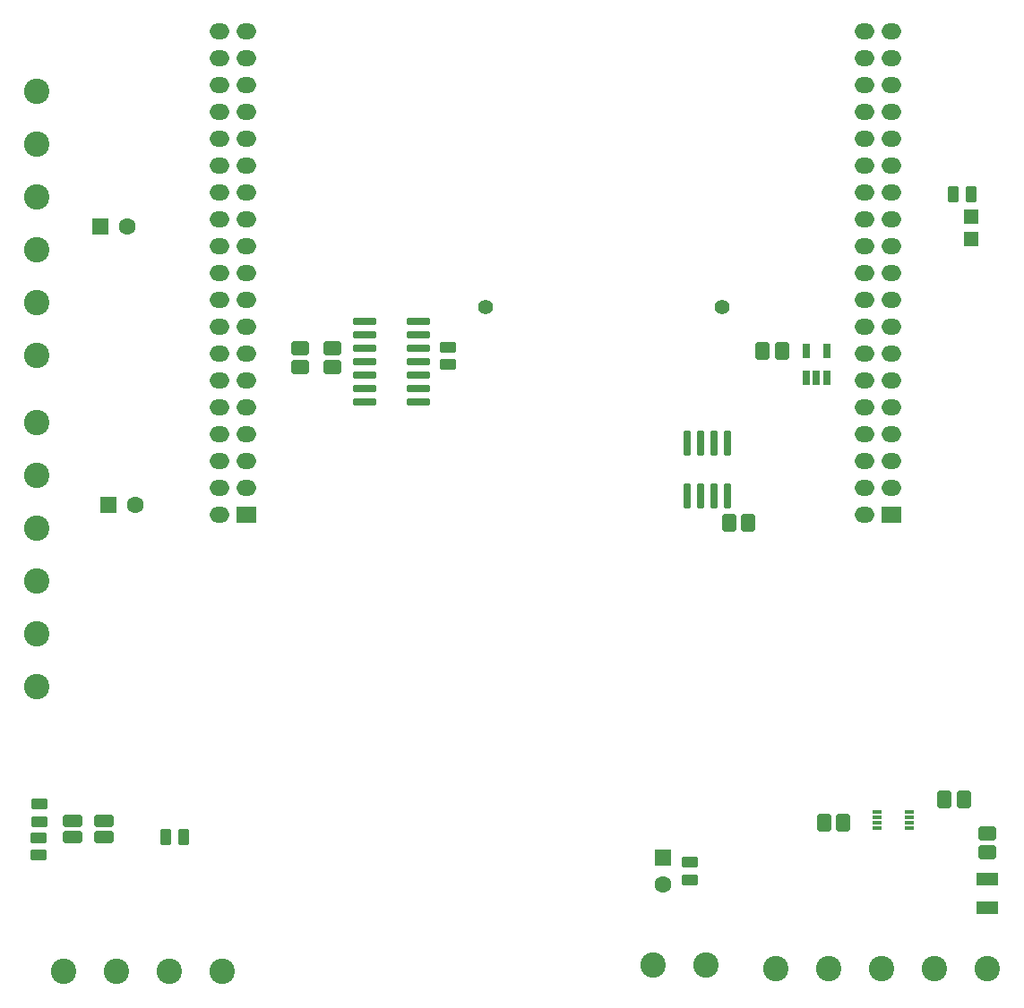
<source format=gts>
G04*
G04 #@! TF.GenerationSoftware,Altium Limited,Altium Designer,21.2.1 (34)*
G04*
G04 Layer_Color=8388736*
%FSLAX25Y25*%
%MOIN*%
G70*
G04*
G04 #@! TF.SameCoordinates,FC6629E9-78AA-4B47-8282-D4641D11E1DD*
G04*
G04*
G04 #@! TF.FilePolarity,Negative*
G04*
G01*
G75*
%ADD29R,0.08200X0.04700*%
G04:AMPARAMS|DCode=30|XSize=53.21mil|YSize=66.99mil|CornerRadius=6.92mil|HoleSize=0mil|Usage=FLASHONLY|Rotation=270.000|XOffset=0mil|YOffset=0mil|HoleType=Round|Shape=RoundedRectangle|*
%AMROUNDEDRECTD30*
21,1,0.05321,0.05315,0,0,270.0*
21,1,0.03937,0.06699,0,0,270.0*
1,1,0.01384,-0.02657,-0.01968*
1,1,0.01384,-0.02657,0.01968*
1,1,0.01384,0.02657,0.01968*
1,1,0.01384,0.02657,-0.01968*
%
%ADD30ROUNDEDRECTD30*%
G04:AMPARAMS|DCode=31|XSize=28.74mil|YSize=55.12mil|CornerRadius=3.83mil|HoleSize=0mil|Usage=FLASHONLY|Rotation=180.000|XOffset=0mil|YOffset=0mil|HoleType=Round|Shape=RoundedRectangle|*
%AMROUNDEDRECTD31*
21,1,0.02874,0.04746,0,0,180.0*
21,1,0.02108,0.05512,0,0,180.0*
1,1,0.00766,-0.01054,0.02373*
1,1,0.00766,0.01054,0.02373*
1,1,0.00766,0.01054,-0.02373*
1,1,0.00766,-0.01054,-0.02373*
%
%ADD31ROUNDEDRECTD31*%
G04:AMPARAMS|DCode=32|XSize=84mil|YSize=29mil|CornerRadius=3.88mil|HoleSize=0mil|Usage=FLASHONLY|Rotation=0.000|XOffset=0mil|YOffset=0mil|HoleType=Round|Shape=RoundedRectangle|*
%AMROUNDEDRECTD32*
21,1,0.08400,0.02125,0,0,0.0*
21,1,0.07625,0.02900,0,0,0.0*
1,1,0.00775,0.03813,-0.01063*
1,1,0.00775,-0.03813,-0.01063*
1,1,0.00775,-0.03813,0.01063*
1,1,0.00775,0.03813,0.01063*
%
%ADD32ROUNDEDRECTD32*%
G04:AMPARAMS|DCode=33|XSize=90.61mil|YSize=27.62mil|CornerRadius=3.77mil|HoleSize=0mil|Usage=FLASHONLY|Rotation=270.000|XOffset=0mil|YOffset=0mil|HoleType=Round|Shape=RoundedRectangle|*
%AMROUNDEDRECTD33*
21,1,0.09061,0.02008,0,0,270.0*
21,1,0.08307,0.02762,0,0,270.0*
1,1,0.00754,-0.01004,-0.04153*
1,1,0.00754,-0.01004,0.04153*
1,1,0.00754,0.01004,0.04153*
1,1,0.00754,0.01004,-0.04153*
%
%ADD33ROUNDEDRECTD33*%
G04:AMPARAMS|DCode=34|XSize=59.12mil|YSize=39.43mil|CornerRadius=4.66mil|HoleSize=0mil|Usage=FLASHONLY|Rotation=180.000|XOffset=0mil|YOffset=0mil|HoleType=Round|Shape=RoundedRectangle|*
%AMROUNDEDRECTD34*
21,1,0.05912,0.03012,0,0,180.0*
21,1,0.04980,0.03943,0,0,180.0*
1,1,0.00932,-0.02490,0.01506*
1,1,0.00932,0.02490,0.01506*
1,1,0.00932,0.02490,-0.01506*
1,1,0.00932,-0.02490,-0.01506*
%
%ADD34ROUNDEDRECTD34*%
G04:AMPARAMS|DCode=35|XSize=59.12mil|YSize=39.43mil|CornerRadius=4.66mil|HoleSize=0mil|Usage=FLASHONLY|Rotation=270.000|XOffset=0mil|YOffset=0mil|HoleType=Round|Shape=RoundedRectangle|*
%AMROUNDEDRECTD35*
21,1,0.05912,0.03012,0,0,270.0*
21,1,0.04980,0.03943,0,0,270.0*
1,1,0.00932,-0.01506,-0.02490*
1,1,0.00932,-0.01506,0.02490*
1,1,0.00932,0.01506,0.02490*
1,1,0.00932,0.01506,-0.02490*
%
%ADD35ROUNDEDRECTD35*%
%ADD36R,0.03353X0.01384*%
G04:AMPARAMS|DCode=37|XSize=55.18mil|YSize=55.18mil|CornerRadius=7.12mil|HoleSize=0mil|Usage=FLASHONLY|Rotation=270.000|XOffset=0mil|YOffset=0mil|HoleType=Round|Shape=RoundedRectangle|*
%AMROUNDEDRECTD37*
21,1,0.05518,0.04095,0,0,270.0*
21,1,0.04095,0.05518,0,0,270.0*
1,1,0.01424,-0.02047,-0.02047*
1,1,0.01424,-0.02047,0.02047*
1,1,0.01424,0.02047,0.02047*
1,1,0.01424,0.02047,-0.02047*
%
%ADD37ROUNDEDRECTD37*%
G04:AMPARAMS|DCode=38|XSize=53.21mil|YSize=66.99mil|CornerRadius=6.92mil|HoleSize=0mil|Usage=FLASHONLY|Rotation=0.000|XOffset=0mil|YOffset=0mil|HoleType=Round|Shape=RoundedRectangle|*
%AMROUNDEDRECTD38*
21,1,0.05321,0.05315,0,0,0.0*
21,1,0.03937,0.06699,0,0,0.0*
1,1,0.01384,0.01968,-0.02657*
1,1,0.01384,-0.01968,-0.02657*
1,1,0.01384,-0.01968,0.02657*
1,1,0.01384,0.01968,0.02657*
%
%ADD38ROUNDEDRECTD38*%
G04:AMPARAMS|DCode=39|XSize=43.37mil|YSize=70.93mil|CornerRadius=5.94mil|HoleSize=0mil|Usage=FLASHONLY|Rotation=90.000|XOffset=0mil|YOffset=0mil|HoleType=Round|Shape=RoundedRectangle|*
%AMROUNDEDRECTD39*
21,1,0.04337,0.05906,0,0,90.0*
21,1,0.03150,0.07093,0,0,90.0*
1,1,0.01187,0.02953,0.01575*
1,1,0.01187,0.02953,-0.01575*
1,1,0.01187,-0.02953,-0.01575*
1,1,0.01187,-0.02953,0.01575*
%
%ADD39ROUNDEDRECTD39*%
%ADD40R,0.07400X0.05900*%
%ADD41O,0.07400X0.05900*%
%ADD42C,0.05518*%
%ADD43C,0.06306*%
%ADD44R,0.06306X0.06306*%
%ADD45C,0.09455*%
%ADD46R,0.06306X0.06306*%
D29*
X510449Y513850D02*
D03*
Y524350D02*
D03*
D30*
Y534276D02*
D03*
Y541324D02*
D03*
X255025Y714971D02*
D03*
Y722018D02*
D03*
X267000Y714953D02*
D03*
Y722000D02*
D03*
D31*
X443260Y721071D02*
D03*
X450740D02*
D03*
Y711000D02*
D03*
X447000D02*
D03*
X443260D02*
D03*
D32*
X299000Y707000D02*
D03*
Y712000D02*
D03*
Y722000D02*
D03*
Y727000D02*
D03*
Y702000D02*
D03*
Y717000D02*
D03*
Y732000D02*
D03*
X279000Y707000D02*
D03*
Y712000D02*
D03*
Y722000D02*
D03*
Y727000D02*
D03*
Y702000D02*
D03*
Y717000D02*
D03*
Y732000D02*
D03*
D33*
X414000Y686744D02*
D03*
X409000D02*
D03*
X404000D02*
D03*
X399000D02*
D03*
Y667256D02*
D03*
X404000D02*
D03*
X409000D02*
D03*
X414000D02*
D03*
D34*
X157800Y545800D02*
D03*
Y552296D02*
D03*
X400000Y524252D02*
D03*
Y530748D02*
D03*
X310000Y722496D02*
D03*
Y716000D02*
D03*
X157500Y533304D02*
D03*
Y539800D02*
D03*
D35*
X205000Y540000D02*
D03*
X211496D02*
D03*
X498004Y779500D02*
D03*
X504500D02*
D03*
D36*
X469395Y543463D02*
D03*
Y545432D02*
D03*
Y547400D02*
D03*
Y549368D02*
D03*
X481600D02*
D03*
Y547400D02*
D03*
Y545432D02*
D03*
Y543463D02*
D03*
D37*
X504500Y771000D02*
D03*
Y762732D02*
D03*
D38*
X414453Y657000D02*
D03*
X421500D02*
D03*
X456800Y545400D02*
D03*
X449753D02*
D03*
X501700Y554200D02*
D03*
X494653D02*
D03*
X434047Y721000D02*
D03*
X427000D02*
D03*
D39*
X170095Y545953D02*
D03*
Y540047D02*
D03*
X181905D02*
D03*
Y545953D02*
D03*
D40*
X475000Y660000D02*
D03*
X235000D02*
D03*
D41*
X465000D02*
D03*
X475000Y670000D02*
D03*
X465000D02*
D03*
X475000Y680000D02*
D03*
X465000D02*
D03*
X475000Y690000D02*
D03*
X465000D02*
D03*
X475000Y700000D02*
D03*
X465000D02*
D03*
X475000Y710000D02*
D03*
X465000D02*
D03*
X475000Y720000D02*
D03*
X465000D02*
D03*
X475000Y730000D02*
D03*
X465000D02*
D03*
X475000Y740000D02*
D03*
X465000D02*
D03*
X475000Y750000D02*
D03*
X465000D02*
D03*
X475000Y760000D02*
D03*
X465000D02*
D03*
X475000Y770000D02*
D03*
X465000D02*
D03*
X475000Y780000D02*
D03*
X465000D02*
D03*
X475000Y790000D02*
D03*
X465000D02*
D03*
X475000Y800000D02*
D03*
X465000D02*
D03*
X475000Y810000D02*
D03*
X465000D02*
D03*
X475000Y820000D02*
D03*
X465000D02*
D03*
X475000Y830000D02*
D03*
X465000D02*
D03*
X475000Y840000D02*
D03*
X465000D02*
D03*
X225000Y660000D02*
D03*
X235000Y670000D02*
D03*
X225000D02*
D03*
X235000Y680000D02*
D03*
X225000D02*
D03*
X235000Y690000D02*
D03*
X225000D02*
D03*
X235000Y700000D02*
D03*
X225000D02*
D03*
X235000Y710000D02*
D03*
X225000D02*
D03*
X235000Y720000D02*
D03*
X225000D02*
D03*
X235000Y730000D02*
D03*
X225000D02*
D03*
X235000Y740000D02*
D03*
X225000D02*
D03*
X235000Y750000D02*
D03*
X225000D02*
D03*
X235000Y760000D02*
D03*
X225000D02*
D03*
X235000Y770000D02*
D03*
X225000D02*
D03*
X235000Y780000D02*
D03*
X225000D02*
D03*
X235000Y790000D02*
D03*
X225000D02*
D03*
X235000Y800000D02*
D03*
X225000D02*
D03*
X235000Y810000D02*
D03*
X225000D02*
D03*
X235000Y820000D02*
D03*
X225000D02*
D03*
X235000Y830000D02*
D03*
X225000D02*
D03*
X235000Y840000D02*
D03*
X225000D02*
D03*
D42*
X411988Y737303D02*
D03*
X323799D02*
D03*
D43*
X193400Y663900D02*
D03*
X190600Y767300D02*
D03*
X390000Y522500D02*
D03*
D44*
X183400Y663900D02*
D03*
X180600Y767300D02*
D03*
D45*
X157000Y674685D02*
D03*
Y694370D02*
D03*
Y615630D02*
D03*
Y595945D02*
D03*
Y635315D02*
D03*
Y655000D02*
D03*
Y778500D02*
D03*
Y758815D02*
D03*
Y719445D02*
D03*
Y739130D02*
D03*
Y817870D02*
D03*
Y798185D02*
D03*
X166815Y490100D02*
D03*
X186500D02*
D03*
X225870D02*
D03*
X206185D02*
D03*
X431709Y491000D02*
D03*
X451394D02*
D03*
X471079D02*
D03*
X510449D02*
D03*
X490764D02*
D03*
X405785Y492400D02*
D03*
X386100D02*
D03*
D46*
X390000Y532500D02*
D03*
M02*

</source>
